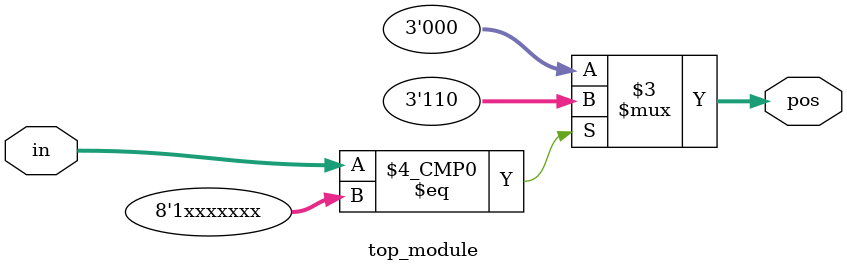
<source format=sv>
module top_module (
  input [7:0] in,
  output reg [2:0] pos
);

always @* begin
  case(in)
    8'b00000001: pos = 3'b000;
    8'b1xxxxxxx: pos = 3'b110;
    default: pos = 3'b000;
  endcase
end

endmodule

</source>
